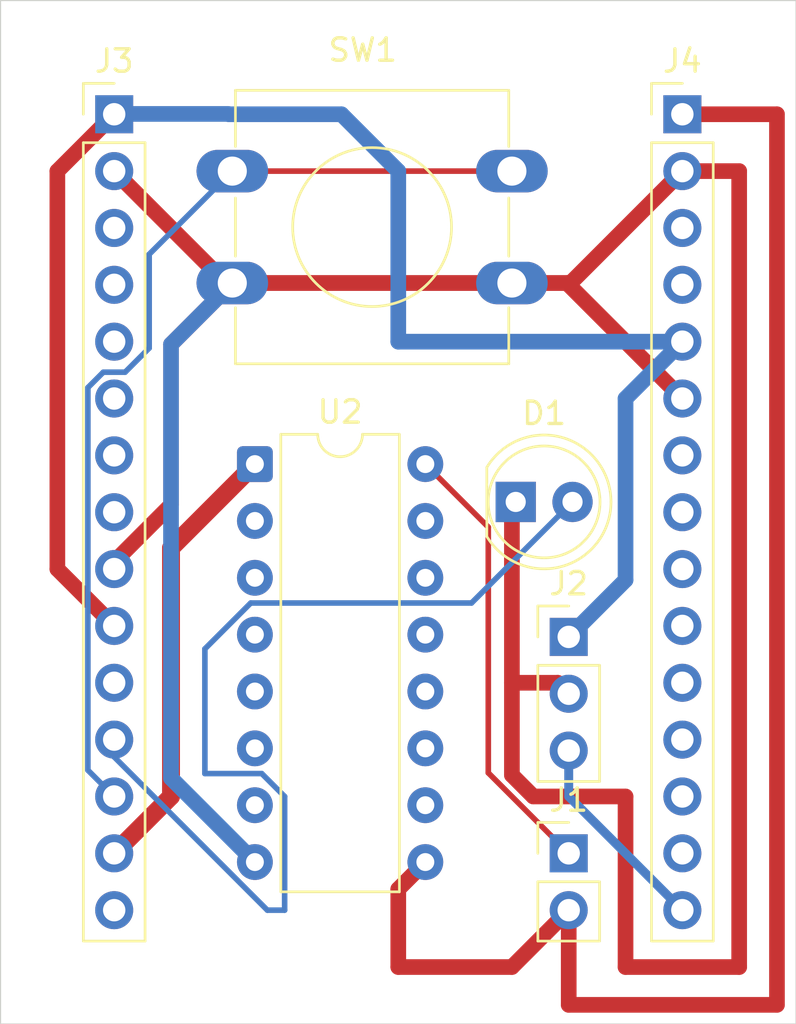
<source format=kicad_pcb>
(kicad_pcb (version 20241229) (generator "pcbnew") (generator_version "9.0")
  (layers (0 "F.Cu" signal) (2 "B.Cu" signal) (13 "F.Paste" user) (15 "B.Paste" user) (5 "F.SilkS" user "F.Silkscreen") (7 "B.SilkS" user "B.Silkscreen") (1 "F.Mask" user) (3 "B.Mask" user) (25 "Edge.Cuts" user))
  (net 0 "")
  (net 1 "/GND")
  (net 2 "/D3")
  (net 3 "Net-(J1-Pin_1)")
  (net 4 "/VIN")
  (net 5 "/3V3")
  (net 6 "/A0")
  (net 7 "/D8")
  (net 8 "/RX")
  (net 9 "/D2")
  (net 10 "/D6")
  (net 11 "/D1")
  (net 12 "/D0")
  (net 13 "/D7")
  (net 14 "/TX")
  (net 15 "/D4")
  (net 16 "/SO0")
  (net 17 "/EN")
  (net 18 "/RSV")
  (net 19 "/RSU")
  (net 20 "/SD3")
  (net 21 "/RST")
  (net 22 "/CLK")
  (net 23 "/SD2")
  (net 24 "/CMD")
  (net 25 "/SD1")
  (net 38 "/D5")
  (footprint "LED_THT:LED_D5.0mm" (layer "F.Cu") (at 150.03 78.28)
    (property "Reference" "D1" (at 1.27 -3.96 0) (layer "F.SilkS"))
    (property "Value" "LED")
    (fp_line (start -1.29 -1.545) (end -1.29 1.545) (stroke (width 0.12)) (layer "F.SilkS"))
    (fp_arc (start -1.29 -1.54483) (mid 2.071779 -2.880495) (end 4.26 0) (stroke (width 0.12)) (layer "F.SilkS"))
    (fp_arc (start 4.26 0) (mid 2.071779 2.880495) (end -1.29 1.54483) (stroke (width 0.12)) (layer "F.SilkS"))
    (fp_circle (center 1.27 0) (end 3.77 0) (stroke (width 0.12)) (fill no) (layer "F.SilkS"))
    (pad "1" thru_hole rect (at 0 0) (size 1.8 1.8) (drill 0.9) (layers "*.Cu" "*.Mask") (net 1 "/GND"))
    (pad "2" thru_hole circle (at 2.54 0) (size 1.8 1.8) (drill 0.9) (layers "*.Cu" "*.Mask") (net 2 "/D3"))
  )
  (footprint "Connector_PinHeader_2.54mm:PinHeader_1x15_P2.54mm_Vertical" (layer "F.Cu") (at 132.08 60.96)
    (property "Reference" "J3" (at 0 -2.38 0) (layer "F.SilkS"))
    (property "Value" "Conn_01x15")
    (fp_line (start -1.38 -1.38) (end 0 -1.38) (stroke (width 0.12)) (layer "F.SilkS"))
    (fp_line (start -1.38 0) (end -1.38 -1.38) (stroke (width 0.12)) (layer "F.SilkS"))
    (fp_line (start -1.38 1.27) (end -1.38 36.94) (stroke (width 0.12)) (layer "F.SilkS"))
    (fp_line (start -1.38 1.27) (end 1.38 1.27) (stroke (width 0.12)) (layer "F.SilkS"))
    (fp_line (start -1.38 36.94) (end 1.38 36.94) (stroke (width 0.12)) (layer "F.SilkS"))
    (fp_line (start 1.38 1.27) (end 1.38 36.94) (stroke (width 0.12)) (layer "F.SilkS"))
    (pad "1" thru_hole rect (at 0 0) (size 1.7 1.7) (drill 1) (layers "*.Cu" "*.Mask") (net 5 "/3V3"))
    (pad "2" thru_hole circle (at 0 2.54) (size 1.7 1.7) (drill 1) (layers "*.Cu" "*.Mask") (net 1 "/GND"))
    (pad "3" thru_hole circle (at 0 5.08) (size 1.7 1.7) (drill 1) (layers "*.Cu" "*.Mask") (net 14 "/TX"))
    (pad "4" thru_hole circle (at 0 7.62) (size 1.7 1.7) (drill 1) (layers "*.Cu" "*.Mask") (net 8 "/RX"))
    (pad "5" thru_hole circle (at 0 10.16) (size 1.7 1.7) (drill 1) (layers "*.Cu" "*.Mask") (net 7 "/D8"))
    (pad "6" thru_hole circle (at 0 12.7) (size 1.7 1.7) (drill 1) (layers "*.Cu" "*.Mask") (net 13 "/D7"))
    (pad "7" thru_hole circle (at 0 15.24) (size 1.7 1.7) (drill 1) (layers "*.Cu" "*.Mask") (net 10 "/D6"))
    (pad "8" thru_hole circle (at 0 17.78) (size 1.7 1.7) (drill 1) (layers "*.Cu" "*.Mask") (net 38 "/D5"))
    (pad "9" thru_hole circle (at 0 20.32) (size 1.7 1.7) (drill 1) (layers "*.Cu" "*.Mask") (net 1 "/GND"))
    (pad "10" thru_hole circle (at 0 22.86) (size 1.7 1.7) (drill 1) (layers "*.Cu" "*.Mask") (net 5 "/3V3"))
    (pad "11" thru_hole circle (at 0 25.4) (size 1.7 1.7) (drill 1) (layers "*.Cu" "*.Mask") (net 15 "/D4"))
    (pad "12" thru_hole circle (at 0 27.94) (size 1.7 1.7) (drill 1) (layers "*.Cu" "*.Mask") (net 2 "/D3"))
    (pad "13" thru_hole circle (at 0 30.48) (size 1.7 1.7) (drill 1) (layers "*.Cu" "*.Mask") (net 9 "/D2"))
    (pad "14" thru_hole circle (at 0 33.02) (size 1.7 1.7) (drill 1) (layers "*.Cu" "*.Mask") (net 11 "/D1"))
    (pad "15" thru_hole circle (at 0 35.56) (size 1.7 1.7) (drill 1) (layers "*.Cu" "*.Mask") (net 12 "/D0"))
  )
  (footprint "Package_DIP:DIP-16_W7.62mm" (layer "F.Cu") (at 138.37 76.59)
    (property "Reference" "U2" (at 3.81 -2.33 0) (layer "F.SilkS"))
    (property "Value" "ULN2003")
    (fp_line (start 1.16 -1.33) (end 1.16 19.11) (stroke (width 0.12)) (layer "F.SilkS"))
    (fp_line (start 1.16 19.11) (end 6.46 19.11) (stroke (width 0.12)) (layer "F.SilkS"))
    (fp_line (start 2.81 -1.33) (end 1.16 -1.33) (stroke (width 0.12)) (layer "F.SilkS"))
    (fp_line (start 6.46 -1.33) (end 4.81 -1.33) (stroke (width 0.12)) (layer "F.SilkS"))
    (fp_line (start 6.46 19.11) (end 6.46 -1.33) (stroke (width 0.12)) (layer "F.SilkS"))
    (fp_arc (start 4.81 -1.33) (mid 3.81 -0.33) (end 2.81 -1.33) (stroke (width 0.12)) (layer "F.SilkS"))
    (pad "1" thru_hole roundrect (at 0 0) (size 1.6 1.6) (drill 0.8) (layers "*.Cu" "*.Mask") (roundrect_rratio 0.15625) (net 11 "/D1"))
    (pad "2" thru_hole circle (at 0 2.54) (size 1.6 1.6) (drill 0.8) (layers "*.Cu" "*.Mask"))
    (pad "3" thru_hole circle (at 0 5.08) (size 1.6 1.6) (drill 0.8) (layers "*.Cu" "*.Mask"))
    (pad "4" thru_hole circle (at 0 7.62) (size 1.6 1.6) (drill 0.8) (layers "*.Cu" "*.Mask"))
    (pad "5" thru_hole circle (at 0 10.16) (size 1.6 1.6) (drill 0.8) (layers "*.Cu" "*.Mask"))
    (pad "6" thru_hole circle (at 0 12.7) (size 1.6 1.6) (drill 0.8) (layers "*.Cu" "*.Mask"))
    (pad "7" thru_hole circle (at 0 15.24) (size 1.6 1.6) (drill 0.8) (layers "*.Cu" "*.Mask"))
    (pad "8" thru_hole circle (at 0 17.78) (size 1.6 1.6) (drill 0.8) (layers "*.Cu" "*.Mask") (net 1 "/GND"))
    (pad "9" thru_hole circle (at 7.62 17.78) (size 1.6 1.6) (drill 0.8) (layers "*.Cu" "*.Mask") (net 4 "/VIN"))
    (pad "10" thru_hole circle (at 7.62 15.24) (size 1.6 1.6) (drill 0.8) (layers "*.Cu" "*.Mask"))
    (pad "11" thru_hole circle (at 7.62 12.7) (size 1.6 1.6) (drill 0.8) (layers "*.Cu" "*.Mask"))
    (pad "12" thru_hole circle (at 7.62 10.16) (size 1.6 1.6) (drill 0.8) (layers "*.Cu" "*.Mask"))
    (pad "13" thru_hole circle (at 7.62 7.62) (size 1.6 1.6) (drill 0.8) (layers "*.Cu" "*.Mask"))
    (pad "14" thru_hole circle (at 7.62 5.08) (size 1.6 1.6) (drill 0.8) (layers "*.Cu" "*.Mask"))
    (pad "15" thru_hole circle (at 7.62 2.54) (size 1.6 1.6) (drill 0.8) (layers "*.Cu" "*.Mask"))
    (pad "16" thru_hole circle (at 7.62 0) (size 1.6 1.6) (drill 0.8) (layers "*.Cu" "*.Mask") (net 3 "Net-(J1-Pin_1)"))
  )
  (footprint "Connector_PinHeader_2.54mm:PinHeader_1x15_P2.54mm_Vertical" (layer "F.Cu") (at 157.48 60.96)
    (property "Reference" "J4" (at 0 -2.38 0) (layer "F.SilkS"))
    (property "Value" "Conn_01x15")
    (fp_line (start -1.38 -1.38) (end 0 -1.38) (stroke (width 0.12)) (layer "F.SilkS"))
    (fp_line (start -1.38 0) (end -1.38 -1.38) (stroke (width 0.12)) (layer "F.SilkS"))
    (fp_line (start -1.38 1.27) (end -1.38 36.94) (stroke (width 0.12)) (layer "F.SilkS"))
    (fp_line (start -1.38 1.27) (end 1.38 1.27) (stroke (width 0.12)) (layer "F.SilkS"))
    (fp_line (start -1.38 36.94) (end 1.38 36.94) (stroke (width 0.12)) (layer "F.SilkS"))
    (fp_line (start 1.38 1.27) (end 1.38 36.94) (stroke (width 0.12)) (layer "F.SilkS"))
    (pad "1" thru_hole rect (at 0 0) (size 1.7 1.7) (drill 1) (layers "*.Cu" "*.Mask") (net 4 "/VIN"))
    (pad "2" thru_hole circle (at 0 2.54) (size 1.7 1.7) (drill 1) (layers "*.Cu" "*.Mask") (net 1 "/GND"))
    (pad "3" thru_hole circle (at 0 5.08) (size 1.7 1.7) (drill 1) (layers "*.Cu" "*.Mask") (net 21 "/RST"))
    (pad "4" thru_hole circle (at 0 7.62) (size 1.7 1.7) (drill 1) (layers "*.Cu" "*.Mask") (net 17 "/EN"))
    (pad "5" thru_hole circle (at 0 10.16) (size 1.7 1.7) (drill 1) (layers "*.Cu" "*.Mask") (net 5 "/3V3"))
    (pad "6" thru_hole circle (at 0 12.7) (size 1.7 1.7) (drill 1) (layers "*.Cu" "*.Mask") (net 1 "/GND"))
    (pad "7" thru_hole circle (at 0 15.24) (size 1.7 1.7) (drill 1) (layers "*.Cu" "*.Mask") (net 22 "/CLK"))
    (pad "8" thru_hole circle (at 0 17.78) (size 1.7 1.7) (drill 1) (layers "*.Cu" "*.Mask") (net 16 "/SO0"))
    (pad "9" thru_hole circle (at 0 20.32) (size 1.7 1.7) (drill 1) (layers "*.Cu" "*.Mask") (net 24 "/CMD"))
    (pad "10" thru_hole circle (at 0 22.86) (size 1.7 1.7) (drill 1) (layers "*.Cu" "*.Mask") (net 25 "/SD1"))
    (pad "11" thru_hole circle (at 0 25.4) (size 1.7 1.7) (drill 1) (layers "*.Cu" "*.Mask") (net 23 "/SD2"))
    (pad "12" thru_hole circle (at 0 27.94) (size 1.7 1.7) (drill 1) (layers "*.Cu" "*.Mask") (net 20 "/SD3"))
    (pad "13" thru_hole circle (at 0 30.48) (size 1.7 1.7) (drill 1) (layers "*.Cu" "*.Mask") (net 19 "/RSU"))
    (pad "14" thru_hole circle (at 0 33.02) (size 1.7 1.7) (drill 1) (layers "*.Cu" "*.Mask") (net 18 "/RSV"))
    (pad "15" thru_hole circle (at 0 35.56) (size 1.7 1.7) (drill 1) (layers "*.Cu" "*.Mask") (net 6 "/A0"))
  )
  (footprint "Connector_PinHeader_2.54mm:PinHeader_1x02_P2.54mm_Vertical" (layer "F.Cu") (at 152.4 93.98)
    (property "Reference" "J1" (at 0 -2.38 0) (layer "F.SilkS"))
    (property "Value" "Screw_Terminal_01x02")
    (fp_line (start -1.38 -1.38) (end 0 -1.38) (stroke (width 0.12)) (layer "F.SilkS"))
    (fp_line (start -1.38 0) (end -1.38 -1.38) (stroke (width 0.12)) (layer "F.SilkS"))
    (fp_line (start -1.38 1.27) (end -1.38 3.92) (stroke (width 0.12)) (layer "F.SilkS"))
    (fp_line (start -1.38 1.27) (end 1.38 1.27) (stroke (width 0.12)) (layer "F.SilkS"))
    (fp_line (start -1.38 3.92) (end 1.38 3.92) (stroke (width 0.12)) (layer "F.SilkS"))
    (fp_line (start 1.38 1.27) (end 1.38 3.92) (stroke (width 0.12)) (layer "F.SilkS"))
    (pad "1" thru_hole rect (at 0 0) (size 1.7 1.7) (drill 1) (layers "*.Cu" "*.Mask") (net 3 "Net-(J1-Pin_1)"))
    (pad "2" thru_hole circle (at 0 2.54) (size 1.7 1.7) (drill 1) (layers "*.Cu" "*.Mask") (net 4 "/VIN"))
  )
  (footprint "Connector_PinHeader_2.54mm:PinHeader_1x03_P2.54mm_Vertical" (layer "F.Cu") (at 152.4 84.31)
    (property "Reference" "J2" (at 0 -2.38 0) (layer "F.SilkS"))
    (property "Value" "Screw_Terminal_01x03")
    (fp_line (start -1.38 -1.38) (end 0 -1.38) (stroke (width 0.12)) (layer "F.SilkS"))
    (fp_line (start -1.38 0) (end -1.38 -1.38) (stroke (width 0.12)) (layer "F.SilkS"))
    (fp_line (start -1.38 1.27) (end -1.38 6.46) (stroke (width 0.12)) (layer "F.SilkS"))
    (fp_line (start -1.38 1.27) (end 1.38 1.27) (stroke (width 0.12)) (layer "F.SilkS"))
    (fp_line (start -1.38 6.46) (end 1.38 6.46) (stroke (width 0.12)) (layer "F.SilkS"))
    (fp_line (start 1.38 1.27) (end 1.38 6.46) (stroke (width 0.12)) (layer "F.SilkS"))
    (pad "1" thru_hole rect (at 0 0) (size 1.7 1.7) (drill 1) (layers "*.Cu" "*.Mask") (net 5 "/3V3"))
    (pad "2" thru_hole circle (at 0 2.54) (size 1.7 1.7) (drill 1) (layers "*.Cu" "*.Mask") (net 1 "/GND"))
    (pad "3" thru_hole circle (at 0 5.08) (size 1.7 1.7) (drill 1) (layers "*.Cu" "*.Mask") (net 6 "/A0"))
  )
  (footprint "Button_Switch_THT:SW_PUSH-12mm" (layer "F.Cu") (at 137.36 63.5)
    (property "Reference" "SW1" (at 5.83 -5.41 0) (layer "F.SilkS"))
    (property "Value" "SW_Push")
    (fp_line (start 0.14 -3.61) (end 0.14 -1.1) (stroke (width 0.12)) (layer "F.SilkS"))
    (fp_line (start 0.14 -3.61) (end 12.36 -3.61) (stroke (width 0.12)) (layer "F.SilkS"))
    (fp_line (start 0.14 1.2) (end 0.14 3.8) (stroke (width 0.12)) (layer "F.SilkS"))
    (fp_line (start 0.14 6.1) (end 0.14 8.61) (stroke (width 0.12)) (layer "F.SilkS"))
    (fp_line (start 12.36 -3.61) (end 12.36 -1.1) (stroke (width 0.12)) (layer "F.SilkS"))
    (fp_line (start 12.36 1.2) (end 12.36 3.8) (stroke (width 0.12)) (layer "F.SilkS"))
    (fp_line (start 12.36 6.1) (end 12.36 8.61) (stroke (width 0.12)) (layer "F.SilkS"))
    (fp_line (start 12.36 8.61) (end 0.14 8.61) (stroke (width 0.12)) (layer "F.SilkS"))
    (fp_circle (center 6.25 2.5) (end 9.8 2.5) (stroke (width 0.12)) (fill no) (layer "F.SilkS"))
    (pad "1" thru_hole oval (at 0 0) (size 3.2 1.9) (drill 1.3) (layers "*.Cu" "*.Mask") (net 9 "/D2"))
    (pad "1" thru_hole oval (at 12.5 0) (size 3.2 1.9) (drill 1.3) (layers "*.Cu" "*.Mask") (net 9 "/D2"))
    (pad "2" thru_hole oval (at 0 5) (size 3.2 1.9) (drill 1.3) (layers "*.Cu" "*.Mask") (net 1 "/GND"))
    (pad "2" thru_hole oval (at 12.5 5) (size 3.2 1.9) (drill 1.3) (layers "*.Cu" "*.Mask") (net 1 "/GND"))
  )
  (gr_rect (start 127 55.88) (end 162.56 101.6) (stroke (width 0.05)) (fill no) (layer "Edge.Cuts"))
  (segment (start 134.62 78.418486) (end 134.62 71.24) (width 0.7) (layer "F.Cu") (net 1))
  (segment (start 149.86 68.5) (end 152.48 68.5) (width 0.7) (layer "F.Cu") (net 1))
  (segment (start 149.86 68.5) (end 137.08 68.5) (width 0.7) (layer "F.Cu") (net 1))
  (segment (start 149.86 68.5) (end 137.36 68.5) (width 0.7) (layer "F.Cu") (net 1))
  (segment (start 132.08 80.958486) (end 134.62 78.418486) (width 0.7) (layer "F.Cu") (net 1))
  (segment (start 149.86 86.36) (end 151.91 86.36) (width 0.7) (layer "F.Cu") (net 1))
  (segment (start 132.08 81.28) (end 132.08 80.958486) (width 0.25) (layer "F.Cu") (net 1))
  (segment (start 151.91 86.36) (end 152.4 86.85) (width 0.7) (layer "F.Cu") (net 1))
  (segment (start 137.08 68.5) (end 132.08 63.5) (width 0.7) (layer "F.Cu") (net 1))
  (segment (start 150.03 78.28) (end 149.86 78.45) (width 0.7) (layer "F.Cu") (net 1))
  (segment (start 150.816008 91.44) (end 149.86 90.483992) (width 0.7) (layer "F.Cu") (net 1))
  (segment (start 149.86 78.45) (end 149.86 86.36) (width 0.7) (layer "F.Cu") (net 1))
  (segment (start 160.02 99.06) (end 154.94 99.06) (width 0.7) (layer "F.Cu") (net 1))
  (segment (start 152.32 68.5) (end 157.48 73.66) (width 0.7) (layer "F.Cu") (net 1))
  (segment (start 160.02 63.5) (end 160.02 99.06) (width 0.7) (layer "F.Cu") (net 1))
  (segment (start 157.48 63.5) (end 160.02 63.5) (width 0.7) (layer "F.Cu") (net 1))
  (segment (start 154.94 91.44) (end 150.816008 91.44) (width 0.7) (layer "F.Cu") (net 1))
  (segment (start 134.62 71.24) (end 137.36 68.5) (width 0.7) (layer "F.Cu") (net 1))
  (segment (start 152.48 68.5) (end 157.48 63.5) (width 0.7) (layer "F.Cu") (net 1))
  (segment (start 149.86 68.5) (end 152.32 68.5) (width 0.7) (layer "F.Cu") (net 1))
  (segment (start 149.86 90.483992) (end 149.86 86.36) (width 0.7) (layer "F.Cu") (net 1))
  (segment (start 154.94 99.06) (end 154.94 91.44) (width 0.7) (layer "F.Cu") (net 1))
  (segment (start 137.08 68.5) (end 137.36 68.5) (width 0.25) (layer "F.Cu") (net 1))
  (segment (start 134.62 90.62) (end 138.37 94.37) (width 0.7) (layer "B.Cu") (net 1))
  (segment (start 134.62 71.24) (end 134.62 90.62) (width 0.7) (layer "B.Cu") (net 1))
  (segment (start 137.36 68.5) (end 134.62 71.24) (width 0.7) (layer "B.Cu") (net 1))
  (segment (start 136.135998 90.416) (end 138.676 90.416) (width 0.25) (layer "B.Cu") (net 2))
  (segment (start 136.134199 90.414201) (end 136.135998 90.416) (width 0.25) (layer "B.Cu") (net 2))
  (segment (start 136.134199 84.845801) (end 136.134199 90.414201) (width 0.25) (layer "B.Cu") (net 2))
  (segment (start 138.676 90.416) (end 139.7 91.44) (width 0.25) (layer "B.Cu") (net 2))
  (segment (start 139.7 91.44) (end 139.7 96.52) (width 0.25) (layer "B.Cu") (net 2))
  (segment (start 139.7 96.52) (end 138.927595 96.52) (width 0.25) (layer "B.Cu") (net 2))
  (segment (start 152.57 78.28) (end 148.054 82.796) (width 0.25) (layer "B.Cu") (net 2))
  (segment (start 132.08 89.672405) (end 132.08 88.9) (width 0.25) (layer "B.Cu") (net 2))
  (segment (start 138.184 82.796) (end 136.134199 84.845801) (width 0.25) (layer "B.Cu") (net 2))
  (segment (start 138.927595 96.52) (end 132.08 89.672405) (width 0.25) (layer "B.Cu") (net 2))
  (segment (start 148.054 82.796) (end 138.184 82.796) (width 0.25) (layer "B.Cu") (net 2))
  (segment (start 148.804 79.404) (end 148.804 90.384) (width 0.25) (layer "F.Cu") (net 3))
  (segment (start 145.99 76.59) (end 148.804 79.404) (width 0.25) (layer "F.Cu") (net 3))
  (segment (start 148.804 90.384) (end 152.4 93.98) (width 0.25) (layer "F.Cu") (net 3))
  (segment (start 161.709 60.96) (end 157.48 60.96) (width 0.7) (layer "F.Cu") (net 4))
  (segment (start 144.78 95.58) (end 145.99 94.37) (width 0.7) (layer "F.Cu") (net 4))
  (segment (start 152.4 96.52) (end 149.86 99.06) (width 0.7) (layer "F.Cu") (net 4))
  (segment (start 149.86 99.06) (end 144.78 99.06) (width 0.7) (layer "F.Cu") (net 4))
  (segment (start 152.4 100.749) (end 161.709 100.749) (width 0.7) (layer "F.Cu") (net 4))
  (segment (start 144.78 99.06) (end 144.78 95.58) (width 0.7) (layer "F.Cu") (net 4))
  (segment (start 161.709 100.749) (end 161.709 60.96) (width 0.7) (layer "F.Cu") (net 4))
  (segment (start 152.4 96.52) (end 152.4 100.749) (width 0.7) (layer "F.Cu") (net 4))
  (segment (start 129.54 63.5) (end 129.54 81.28) (width 0.7) (layer "F.Cu") (net 5))
  (segment (start 129.54 81.28) (end 132.08 83.82) (width 0.7) (layer "F.Cu") (net 5))
  (segment (start 132.08 60.96) (end 129.54 63.5) (width 0.7) (layer "F.Cu") (net 5))
  (segment (start 144.78 63.5) (end 144.78 71.12) (width 0.7) (layer "B.Cu") (net 5))
  (segment (start 137.188635 60.96) (end 142.24 60.96) (width 0.7) (layer "B.Cu") (net 5))
  (segment (start 142.24 60.96) (end 144.78 63.5) (width 0.7) (layer "B.Cu") (net 5))
  (segment (start 144.78 71.12) (end 157.48 71.12) (width 0.7) (layer "B.Cu") (net 5))
  (segment (start 152.4 84.31) (end 154.94 81.77) (width 0.7) (layer "B.Cu") (net 5))
  (segment (start 132.08 60.96) (end 132.095213 60.944787) (width 0.5) (layer "B.Cu") (net 5))
  (segment (start 154.94 73.66) (end 157.48 71.12) (width 0.7) (layer "B.Cu") (net 5))
  (segment (start 137.173422 60.944787) (end 137.188635 60.96) (width 0.5) (layer "B.Cu") (net 5))
  (segment (start 132.095213 60.944787) (end 137.173422 60.944787) (width 0.7) (layer "B.Cu") (net 5))
  (segment (start 154.94 81.77) (end 154.94 73.66) (width 0.7) (layer "B.Cu") (net 5))
  (segment (start 152.4 91.44) (end 152.4 89.39) (width 0.4) (layer "B.Cu") (net 6))
  (segment (start 157.48 96.52) (end 152.4 91.44) (width 0.4) (layer "B.Cu") (net 6))
  (segment (start 137.36 63.5) (end 149.86 63.5) (width 0.25) (layer "F.Cu") (net 9))
  (segment (start 132.567116 72.484) (end 131.592884 72.484) (width 0.25) (layer "B.Cu") (net 9))
  (segment (start 133.644 67.216) (end 133.644 71.407116) (width 0.25) (layer "B.Cu") (net 9))
  (segment (start 131.592884 72.484) (end 130.904 73.172884) (width 0.25) (layer "B.Cu") (net 9))
  (segment (start 130.904 90.264) (end 132.08 91.44) (width 0.25) (layer "B.Cu") (net 9))
  (segment (start 137.36 63.5) (end 133.644 67.216) (width 0.25) (layer "B.Cu") (net 9))
  (segment (start 133.644 71.407116) (end 132.567116 72.484) (width 0.25) (layer "B.Cu") (net 9))
  (segment (start 130.904 73.172884) (end 130.904 90.264) (width 0.25) (layer "B.Cu") (net 9))
  (segment (start 134.62 80.34) (end 138.37 76.59) (width 0.8) (layer "F.Cu") (net 11))
  (segment (start 132.08 93.98) (end 134.62 91.44) (width 0.8) (layer "F.Cu") (net 11))
  (segment (start 134.62 91.44) (end 134.62 80.34) (width 0.8) (layer "F.Cu") (net 11))
)
</source>
